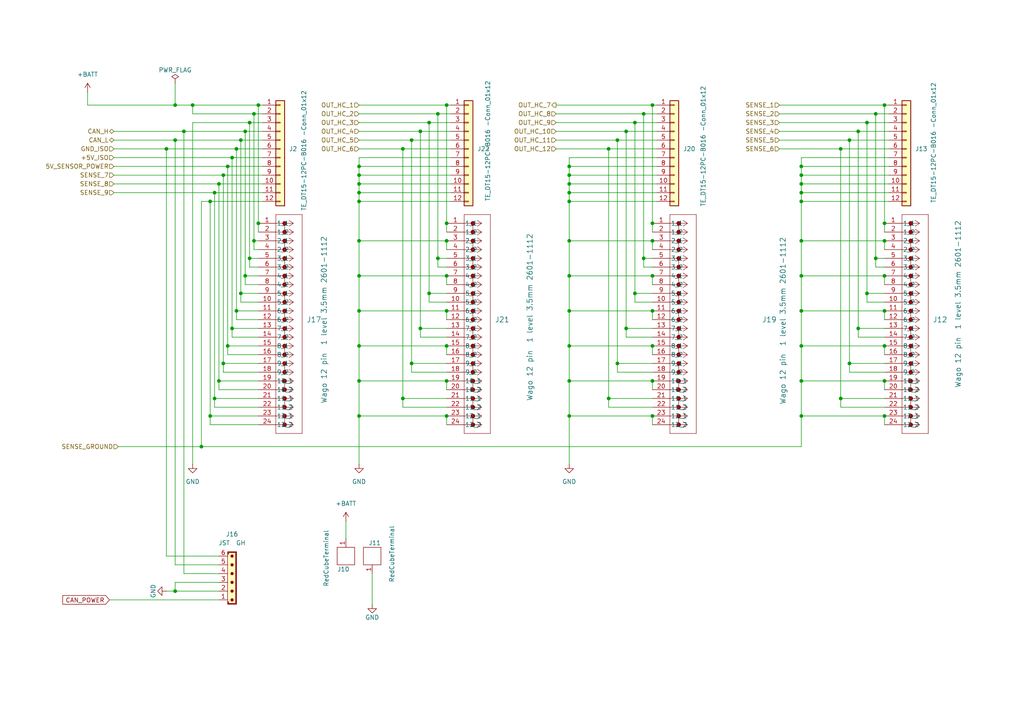
<source format=kicad_sch>
(kicad_sch (version 20250114) (generator "eeschema") (generator_version "9.0")
  (paper "A4")
  (title_block (title "l8"))
  (lib_symbols
    (symbol "dnt_global:Conn_JST_06"
      (property "Reference" "J" (at 0 -12.7 0))
      (property "Value" "JST  GH" (at 0 -10.16 0))
      (symbol "Conn_JST_06_0_1"
        (rectangle (start -1.27 7.62) (end 1.27 -7.62) (fill (type background)))
        (polyline (pts (xy -1.27 -6.858) (xy -1.27 -7.62) (xy 1.27 -7.62) (xy 1.27 -6.858) (xy 1.016 -6.858) (xy 1.016 -7.366) (xy -1.016 -7.366) (xy -1.016 -6.858) (xy -1.27 -6.858)) (fill (type outline)))
        (circle (center 0 6.35) (radius 0.381) (fill (type outline)))
        (circle (center 0 3.81) (radius 0.381) (fill (type outline)))
        (circle (center 0 1.27) (radius 0.381) (fill (type outline)))
        (circle (center 0 -1.27) (radius 0.381) (fill (type outline)))
        (circle (center 0 -3.81) (radius 0.381) (fill (type outline)))
        (circle (center 0 -6.35) (radius 0.381) (fill (type outline)))
        (rectangle (start 1.016 -6.858) (end 1.27 6.858) (fill (type outline)))
        (rectangle (start 1.016 -6.858) (end 1.27 -6.858))
        (polyline (pts (xy 1.27 6.858) (xy 1.27 7.62) (xy -1.27 7.62) (xy -1.27 6.858) (xy -1.016 6.858) (xy -1.016 7.366) (xy 1.016 7.366) (xy 1.016 6.858) (xy 1.27 6.858)) (fill (type outline)))
      )
      (symbol "Conn_JST_06_1_1"
        (pin passive line (at -3.81 6.35 0) (length 2.54) (name "") (number "1"))
        (pin passive line (at -3.81 3.81 0) (length 2.54) (name "") (number "2"))
        (pin passive line (at -3.81 1.27 0) (length 2.54) (name "") (number "3"))
        (pin passive line (at -3.81 -1.27 0) (length 2.54) (name "") (number "4"))
        (pin passive line (at -3.81 -3.81 0) (length 2.54) (name "") (number "5"))
        (pin passive line (at -3.81 -6.35 0) (length 2.54) (name "") (number "6"))
      )
    )
    (symbol "dnt_global:RedCubeTerminal" (pin_names (offset 1.016))
      (property "Reference" "J1" (at 5.08 -2.54 90))
      (property "Value" "RedCubeTerminal" (at -6.35 -5.715 0))
      (symbol "RedCubeTerminal_0_1"
        (rectangle (start -1.27 -2.54) (end 3.81 2.54))
      )
      (symbol "RedCubeTerminal_1_1"
        (pin passive line (at -3.81 0 0) (length 2.54) (name "~") (number "1"))
      )
    )
    (symbol "dnt_global:TE_DT15-12PC-B016-Conn_01x12" (pin_names (offset 1.016) (hide yes))
      (property "Reference" "J" (at 0 15.24 0))
      (property "Value" "TE_DT15-12PC-B016 -Conn_01x12" (at 0 -17.78 0))
      (symbol "TE_DT15-12PC-B016-Conn_01x12_1_1"
        (rectangle (start -1.27 13.97) (end 1.27 -16.51) (stroke (width 0.254)) (fill (type background)))
        (rectangle (start -1.27 12.827) (end 0 12.573) (stroke (width 0.1524)))
        (rectangle (start -1.27 10.287) (end 0 10.033) (stroke (width 0.1524)))
        (rectangle (start -1.27 7.747) (end 0 7.493) (stroke (width 0.1524)))
        (rectangle (start -1.27 5.207) (end 0 4.953) (stroke (width 0.1524)))
        (rectangle (start -1.27 2.667) (end 0 2.413) (stroke (width 0.1524)))
        (rectangle (start -1.27 0.127) (end 0 -0.127) (stroke (width 0.1524)))
        (rectangle (start -1.27 -2.413) (end 0 -2.667) (stroke (width 0.1524)))
        (rectangle (start -1.27 -4.953) (end 0 -5.207) (stroke (width 0.1524)))
        (rectangle (start -1.27 -7.493) (end 0 -7.747) (stroke (width 0.1524)))
        (rectangle (start -1.27 -10.033) (end 0 -10.287) (stroke (width 0.1524)))
        (rectangle (start -1.27 -12.573) (end 0 -12.827) (stroke (width 0.1524)))
        (rectangle (start -1.27 -15.113) (end 0 -15.367) (stroke (width 0.1524)))
        (pin passive line (at -5.08 12.7 0) (length 3.81) (name "Pin_1") (number "1"))
        (pin passive line (at -5.08 10.16 0) (length 3.81) (name "Pin_2") (number "2"))
        (pin passive line (at -5.08 7.62 0) (length 3.81) (name "Pin_3") (number "3"))
        (pin passive line (at -5.08 5.08 0) (length 3.81) (name "Pin_4") (number "4"))
        (pin passive line (at -5.08 2.54 0) (length 3.81) (name "Pin_5") (number "5"))
        (pin passive line (at -5.08 0 0) (length 3.81) (name "Pin_6") (number "6"))
        (pin passive line (at -5.08 -2.54 0) (length 3.81) (name "Pin_7") (number "7"))
        (pin passive line (at -5.08 -5.08 0) (length 3.81) (name "Pin_8") (number "8"))
        (pin passive line (at -5.08 -7.62 0) (length 3.81) (name "Pin_9") (number "9"))
        (pin passive line (at -5.08 -10.16 0) (length 3.81) (name "Pin_10") (number "10"))
        (pin passive line (at -5.08 -12.7 0) (length 3.81) (name "Pin_11") (number "11"))
        (pin passive line (at -5.08 -15.24 0) (length 3.81) (name "Pin_12") (number "12"))
      )
    )
    (symbol "dnt_global:Wago 12 Pin level 3.5mm 2601-1112" (pin_names (offset 0.254))
      (property "Reference" "J" (at 8.89 6.35 0))
      (property "Value" "Wago 12 pin  1 level 3.5mm 2601-1112" (at 0 0 0))
      (symbol "Wago 12 Pin level 3.5mm 2601-1112_1_1"
        (polyline (pts (xy 5.08 2.54) (xy 5.08 -60.96)) (stroke (width 0.127)))
        (polyline (pts (xy 5.08 -60.96) (xy 12.7 -60.96)) (stroke (width 0.127)))
        (polyline (pts (xy 7.62 0) (xy 7.62 -2.54)) (stroke (width 0.127)))
        (circle (center 7.62 0) (radius 0.127) (stroke (width 0.508)))
        (circle (center 7.62 -2.54) (radius 0.127) (stroke (width 0.508)))
        (polyline (pts (xy 7.62 -5.08) (xy 7.62 -7.62)) (stroke (width 0.127)))
        (circle (center 7.62 -5.08) (radius 0.127) (stroke (width 0.508)))
        (circle (center 7.62 -7.62) (radius 0.127) (stroke (width 0.508)))
        (polyline (pts (xy 7.62 -10.16) (xy 7.62 -12.7)) (stroke (width 0.127)))
        (circle (center 7.62 -10.16) (radius 0.127) (stroke (width 0.508)))
        (circle (center 7.62 -12.7) (radius 0.127) (stroke (width 0.508)))
        (polyline (pts (xy 7.62 -15.24) (xy 7.62 -17.78)) (stroke (width 0.127)))
        (circle (center 7.62 -15.24) (radius 0.127) (stroke (width 0.508)))
        (circle (center 7.62 -17.78) (radius 0.127) (stroke (width 0.508)))
        (polyline (pts (xy 7.62 -20.32) (xy 7.62 -22.86)) (stroke (width 0.127)))
        (circle (center 7.62 -20.32) (radius 0.127) (stroke (width 0.508)))
        (circle (center 7.62 -22.86) (radius 0.127) (stroke (width 0.508)))
        (polyline (pts (xy 7.62 -25.4) (xy 7.62 -27.94)) (stroke (width 0.127)))
        (circle (center 7.62 -25.4) (radius 0.127) (stroke (width 0.508)))
        (circle (center 7.62 -27.94) (radius 0.127) (stroke (width 0.508)))
        (polyline (pts (xy 7.62 -30.48) (xy 7.62 -33.02)) (stroke (width 0.127)))
        (circle (center 7.62 -30.48) (radius 0.127) (stroke (width 0.508)))
        (circle (center 7.62 -33.02) (radius 0.127) (stroke (width 0.508)))
        (polyline (pts (xy 7.62 -35.56) (xy 7.62 -38.1)) (stroke (width 0.127)))
        (circle (center 7.62 -35.56) (radius 0.127) (stroke (width 0.508)))
        (circle (center 7.62 -38.1) (radius 0.127) (stroke (width 0.508)))
        (polyline (pts (xy 7.62 -40.64) (xy 7.62 -43.18)) (stroke (width 0.127)))
        (circle (center 7.62 -40.64) (radius 0.127) (stroke (width 0.508)))
        (circle (center 7.62 -43.18) (radius 0.127) (stroke (width 0.508)))
        (polyline (pts (xy 7.62 -45.72) (xy 7.62 -48.26)) (stroke (width 0.127)))
        (circle (center 7.62 -45.72) (radius 0.127) (stroke (width 0.508)))
        (circle (center 7.62 -48.26) (radius 0.127) (stroke (width 0.508)))
        (polyline (pts (xy 7.62 -50.8) (xy 7.62 -53.34)) (stroke (width 0.127)))
        (circle (center 7.62 -50.8) (radius 0.127) (stroke (width 0.508)))
        (circle (center 7.62 -53.34) (radius 0.127) (stroke (width 0.508)))
        (polyline (pts (xy 7.62 -55.88) (xy 7.62 -58.42)) (stroke (width 0.127)))
        (circle (center 7.62 -55.88) (radius 0.127) (stroke (width 0.508)))
        (circle (center 7.62 -58.42) (radius 0.127) (stroke (width 0.508)))
        (polyline (pts (xy 10.16 0) (xy 5.08 0)) (stroke (width 0.127)))
        (polyline (pts (xy 10.16 0) (xy 8.89 0.8467)) (stroke (width 0.127)))
        (polyline (pts (xy 10.16 0) (xy 8.89 -0.8467)) (stroke (width 0.127)))
        (polyline (pts (xy 10.16 -2.54) (xy 5.08 -2.54)) (stroke (width 0.127)))
        (polyline (pts (xy 10.16 -2.54) (xy 8.89 -1.6933)) (stroke (width 0.127)))
        (polyline (pts (xy 10.16 -2.54) (xy 8.89 -3.3867)) (stroke (width 0.127)))
        (polyline (pts (xy 10.16 -5.08) (xy 5.08 -5.08)) (stroke (width 0.127)))
        (polyline (pts (xy 10.16 -5.08) (xy 8.89 -4.2333)) (stroke (width 0.127)))
        (polyline (pts (xy 10.16 -5.08) (xy 8.89 -5.9267)) (stroke (width 0.127)))
        (polyline (pts (xy 10.16 -7.62) (xy 5.08 -7.62)) (stroke (width 0.127)))
        (polyline (pts (xy 10.16 -7.62) (xy 8.89 -6.7733)) (stroke (width 0.127)))
        (polyline (pts (xy 10.16 -7.62) (xy 8.89 -8.4667)) (stroke (width 0.127)))
        (polyline (pts (xy 10.16 -10.16) (xy 5.08 -10.16)) (stroke (width 0.127)))
        (polyline (pts (xy 10.16 -10.16) (xy 8.89 -9.3133)) (stroke (width 0.127)))
        (polyline (pts (xy 10.16 -10.16) (xy 8.89 -11.0067)) (stroke (width 0.127)))
        (polyline (pts (xy 10.16 -12.7) (xy 5.08 -12.7)) (stroke (width 0.127)))
        (polyline (pts (xy 10.16 -12.7) (xy 8.89 -11.8533)) (stroke (width 0.127)))
        (polyline (pts (xy 10.16 -12.7) (xy 8.89 -13.5467)) (stroke (width 0.127)))
        (polyline (pts (xy 10.16 -15.24) (xy 5.08 -15.24)) (stroke (width 0.127)))
        (polyline (pts (xy 10.16 -15.24) (xy 8.89 -14.3933)) (stroke (width 0.127)))
        (polyline (pts (xy 10.16 -15.24) (xy 8.89 -16.0867)) (stroke (width 0.127)))
        (polyline (pts (xy 10.16 -17.78) (xy 5.08 -17.78)) (stroke (width 0.127)))
        (polyline (pts (xy 10.16 -17.78) (xy 8.89 -16.9333)) (stroke (width 0.127)))
        (polyline (pts (xy 10.16 -17.78) (xy 8.89 -18.6267)) (stroke (width 0.127)))
        (polyline (pts (xy 10.16 -20.32) (xy 5.08 -20.32)) (stroke (width 0.127)))
        (polyline (pts (xy 10.16 -20.32) (xy 8.89 -19.4733)) (stroke (width 0.127)))
        (polyline (pts (xy 10.16 -20.32) (xy 8.89 -21.1667)) (stroke (width 0.127)))
        (polyline (pts (xy 10.16 -22.86) (xy 5.08 -22.86)) (stroke (width 0.127)))
        (polyline (pts (xy 10.16 -22.86) (xy 8.89 -22.0133)) (stroke (width 0.127)))
        (polyline (pts (xy 10.16 -22.86) (xy 8.89 -23.7067)) (stroke (width 0.127)))
        (polyline (pts (xy 10.16 -25.4) (xy 5.08 -25.4)) (stroke (width 0.127)))
        (polyline (pts (xy 10.16 -25.4) (xy 8.89 -24.5533)) (stroke (width 0.127)))
        (polyline (pts (xy 10.16 -25.4) (xy 8.89 -26.2467)) (stroke (width 0.127)))
        (polyline (pts (xy 10.16 -27.94) (xy 5.08 -27.94)) (stroke (width 0.127)))
        (polyline (pts (xy 10.16 -27.94) (xy 8.89 -27.0933)) (stroke (width 0.127)))
        (polyline (pts (xy 10.16 -27.94) (xy 8.89 -28.7867)) (stroke (width 0.127)))
        (polyline (pts (xy 10.16 -30.48) (xy 5.08 -30.48)) (stroke (width 0.127)))
        (polyline (pts (xy 10.16 -30.48) (xy 8.89 -29.6333)) (stroke (width 0.127)))
        (polyline (pts (xy 10.16 -30.48) (xy 8.89 -31.3267)) (stroke (width 0.127)))
        (polyline (pts (xy 10.16 -33.02) (xy 5.08 -33.02)) (stroke (width 0.127)))
        (polyline (pts (xy 10.16 -33.02) (xy 8.89 -32.1733)) (stroke (width 0.127)))
        (polyline (pts (xy 10.16 -33.02) (xy 8.89 -33.8667)) (stroke (width 0.127)))
        (polyline (pts (xy 10.16 -35.56) (xy 5.08 -35.56)) (stroke (width 0.127)))
        (polyline (pts (xy 10.16 -35.56) (xy 8.89 -34.7133)) (stroke (width 0.127)))
        (polyline (pts (xy 10.16 -35.56) (xy 8.89 -36.4067)) (stroke (width 0.127)))
        (polyline (pts (xy 10.16 -38.1) (xy 5.08 -38.1)) (stroke (width 0.127)))
        (polyline (pts (xy 10.16 -38.1) (xy 8.89 -37.2533)) (stroke (width 0.127)))
        (polyline (pts (xy 10.16 -38.1) (xy 8.89 -38.9467)) (stroke (width 0.127)))
        (polyline (pts (xy 10.16 -40.64) (xy 5.08 -40.64)) (stroke (width 0.127)))
        (polyline (pts (xy 10.16 -40.64) (xy 8.89 -39.7933)) (stroke (width 0.127)))
        (polyline (pts (xy 10.16 -40.64) (xy 8.89 -41.4867)) (stroke (width 0.127)))
        (polyline (pts (xy 10.16 -43.18) (xy 5.08 -43.18)) (stroke (width 0.127)))
        (polyline (pts (xy 10.16 -43.18) (xy 8.89 -42.3333)) (stroke (width 0.127)))
        (polyline (pts (xy 10.16 -43.18) (xy 8.89 -44.0267)) (stroke (width 0.127)))
        (polyline (pts (xy 10.16 -45.72) (xy 5.08 -45.72)) (stroke (width 0.127)))
        (polyline (pts (xy 10.16 -45.72) (xy 8.89 -44.8733)) (stroke (width 0.127)))
        (polyline (pts (xy 10.16 -45.72) (xy 8.89 -46.5667)) (stroke (width 0.127)))
        (polyline (pts (xy 10.16 -48.26) (xy 5.08 -48.26)) (stroke (width 0.127)))
        (polyline (pts (xy 10.16 -48.26) (xy 8.89 -47.4133)) (stroke (width 0.127)))
        (polyline (pts (xy 10.16 -48.26) (xy 8.89 -49.1067)) (stroke (width 0.127)))
        (polyline (pts (xy 10.16 -50.8) (xy 5.08 -50.8)) (stroke (width 0.127)))
        (polyline (pts (xy 10.16 -50.8) (xy 8.89 -49.9533)) (stroke (width 0.127)))
        (polyline (pts (xy 10.16 -50.8) (xy 8.89 -51.6467)) (stroke (width 0.127)))
        (polyline (pts (xy 10.16 -53.34) (xy 5.08 -53.34)) (stroke (width 0.127)))
        (polyline (pts (xy 10.16 -53.34) (xy 8.89 -52.4933)) (stroke (width 0.127)))
        (polyline (pts (xy 10.16 -53.34) (xy 8.89 -54.1867)) (stroke (width 0.127)))
        (polyline (pts (xy 10.16 -55.88) (xy 5.08 -55.88)) (stroke (width 0.127)))
        (polyline (pts (xy 10.16 -55.88) (xy 8.89 -55.0333)) (stroke (width 0.127)))
        (polyline (pts (xy 10.16 -55.88) (xy 8.89 -56.7267)) (stroke (width 0.127)))
        (polyline (pts (xy 10.16 -58.42) (xy 5.08 -58.42)) (stroke (width 0.127)))
        (polyline (pts (xy 10.16 -58.42) (xy 8.89 -57.5733)) (stroke (width 0.127)))
        (polyline (pts (xy 10.16 -58.42) (xy 8.89 -59.2667)) (stroke (width 0.127)))
        (polyline (pts (xy 12.7 2.54) (xy 5.08 2.54)) (stroke (width 0.127)))
        (polyline (pts (xy 12.7 -60.96) (xy 12.7 2.54)) (stroke (width 0.127)))
        (pin passive line (at 0 0 0) (length 5.08) (name "1_1") (number "1"))
        (pin passive line (at 0 -2.54 0) (length 5.08) (name "1_2") (number "2"))
        (pin passive line (at 0 -5.08 0) (length 5.08) (name "2_1") (number "3"))
        (pin passive line (at 0 -7.62 0) (length 5.08) (name "2_2") (number "4"))
        (pin passive line (at 0 -10.16 0) (length 5.08) (name "3_1") (number "5"))
        (pin passive line (at 0 -12.7 0) (length 5.08) (name "3_2") (number "6"))
        (pin passive line (at 0 -15.24 0) (length 5.08) (name "4_1") (number "7"))
        (pin passive line (at 0 -17.78 0) (length 5.08) (name "4_2") (number "8"))
        (pin passive line (at 0 -20.32 0) (length 5.08) (name "5_1") (number "9"))
        (pin passive line (at 0 -22.86 0) (length 5.08) (name "5_2") (number "10"))
        (pin passive line (at 0 -25.4 0) (length 5.08) (name "6_1") (number "11"))
        (pin passive line (at 0 -27.94 0) (length 5.08) (name "6_2") (number "12"))
        (pin passive line (at 0 -30.48 0) (length 5.08) (name "7_1") (number "13"))
        (pin passive line (at 0 -33.02 0) (length 5.08) (name "7_2") (number "14"))
        (pin passive line (at 0 -35.56 0) (length 5.08) (name "8_1") (number "15"))
        (pin passive line (at 0 -38.1 0) (length 5.08) (name "8_2") (number "16"))
        (pin passive line (at 0 -40.64 0) (length 5.08) (name "9_1") (number "17"))
        (pin passive line (at 0 -43.18 0) (length 5.08) (name "9_2") (number "18"))
        (pin passive line (at 0 -45.72 0) (length 5.08) (name "10_1") (number "19"))
        (pin passive line (at 0 -48.26 0) (length 5.08) (name "10_2") (number "20"))
        (pin passive line (at 0 -50.8 0) (length 5.08) (name "11_1") (number "21"))
        (pin passive line (at 0 -53.34 0) (length 5.08) (name "11_2") (number "22"))
        (pin passive line (at 0 -55.88 0) (length 5.08) (name "12_1") (number "23"))
        (pin passive line (at 0 -58.42 0) (length 5.08) (name "12_2") (number "24"))
      )
      (symbol "Wago 12 Pin level 3.5mm 2601-1112_1_2"
        (polyline (pts (xy 5.08 2.54) (xy 5.08 -60.96)) (stroke (width 0.127)))
        (polyline (pts (xy 5.08 -60.96) (xy 12.7 -60.96)) (stroke (width 0.127)))
        (polyline (pts (xy 7.62 0) (xy 7.62 -2.54)) (stroke (width 0.127)))
        (circle (center 7.62 0) (radius 0.127) (stroke (width 0.508)))
        (circle (center 7.62 -2.54) (radius 0.127) (stroke (width 0.508)))
        (polyline (pts (xy 7.62 -5.08) (xy 7.62 -7.62)) (stroke (width 0.127)))
        (circle (center 7.62 -5.08) (radius 0.127) (stroke (width 0.508)))
        (circle (center 7.62 -7.62) (radius 0.127) (stroke (width 0.508)))
        (polyline (pts (xy 7.62 -10.16) (xy 7.62 -12.7)) (stroke (width 0.127)))
        (circle (center 7.62 -10.16) (radius 0.127) (stroke (width 0.508)))
        (circle (center 7.62 -12.7) (radius 0.127) (stroke (width 0.508)))
        (polyline (pts (xy 7.62 -15.24) (xy 7.62 -17.78)) (stroke (width 0.127)))
        (circle (center 7.62 -15.24) (radius 0.127) (stroke (width 0.508)))
        (circle (center 7.62 -17.78) (radius 0.127) (stroke (width 0.508)))
        (polyline (pts (xy 7.62 -20.32) (xy 7.62 -22.86)) (stroke (width 0.127)))
        (circle (center 7.62 -20.32) (radius 0.127) (stroke (width 0.508)))
        (circle (center 7.62 -22.86) (radius 0.127) (stroke (width 0.508)))
        (polyline (pts (xy 7.62 -25.4) (xy 7.62 -27.94)) (stroke (width 0.127)))
        (circle (center 7.62 -25.4) (radius 0.127) (stroke (width 0.508)))
        (circle (center 7.62 -27.94) (radius 0.127) (stroke (width 0.508)))
        (polyline (pts (xy 7.62 -30.48) (xy 7.62 -33.02)) (stroke (width 0.127)))
        (circle (center 7.62 -30.48) (radius 0.127) (stroke (width 0.508)))
        (circle (center 7.62 -33.02) (radius 0.127) (stroke (width 0.508)))
        (polyline (pts (xy 7.62 -35.56) (xy 7.62 -38.1)) (stroke (width 0.127)))
        (circle (center 7.62 -35.56) (radius 0.127) (stroke (width 0.508)))
        (circle (center 7.62 -38.1) (radius 0.127) (stroke (width 0.508)))
        (polyline (pts (xy 7.62 -40.64) (xy 7.62 -43.18)) (stroke (width 0.127)))
        (circle (center 7.62 -40.64) (radius 0.127) (stroke (width 0.508)))
        (circle (center 7.62 -43.18) (radius 0.127) (stroke (width 0.508)))
        (polyline (pts (xy 7.62 -45.72) (xy 7.62 -48.26)) (stroke (width 0.127)))
        (circle (center 7.62 -45.72) (radius 0.127) (stroke (width 0.508)))
        (circle (center 7.62 -48.26) (radius 0.127) (stroke (width 0.508)))
        (polyline (pts (xy 7.62 -50.8) (xy 7.62 -53.34)) (stroke (width 0.127)))
        (circle (center 7.62 -50.8) (radius 0.127) (stroke (width 0.508)))
        (circle (center 7.62 -53.34) (radius 0.127) (stroke (width 0.508)))
        (polyline (pts (xy 7.62 -55.88) (xy 7.62 -58.42)) (stroke (width 0.127)))
        (circle (center 7.62 -55.88) (radius 0.127) (stroke (width 0.508)))
        (circle (center 7.62 -58.42) (radius 0.127) (stroke (width 0.508)))
        (polyline (pts (xy 10.16 0) (xy 5.08 0)) (stroke (width 0.127)))
        (polyline (pts (xy 10.16 0) (xy 8.89 0.8467)) (stroke (width 0.127)))
        (polyline (pts (xy 10.16 0) (xy 8.89 -0.8467)) (stroke (width 0.127)))
        (polyline (pts (xy 10.16 -2.54) (xy 5.08 -2.54)) (stroke (width 0.127)))
        (polyline (pts (xy 10.16 -2.54) (xy 8.89 -1.6933)) (stroke (width 0.127)))
        (polyline (pts (xy 10.16 -2.54) (xy 8.89 -3.3867)) (stroke (width 0.127)))
        (polyline (pts (xy 10.16 -5.08) (xy 5.08 -5.08)) (stroke (width 0.127)))
        (polyline (pts (xy 10.16 -5.08) (xy 8.89 -4.2333)) (stroke (width 0.127)))
        (polyline (pts (xy 10.16 -5.08) (xy 8.89 -5.9267)) (stroke (width 0.127)))
        (polyline (pts (xy 10.16 -7.62) (xy 5.08 -7.62)) (stroke (width 0.127)))
        (polyline (pts (xy 10.16 -7.62) (xy 8.89 -6.7733)) (stroke (width 0.127)))
        (polyline (pts (xy 10.16 -7.62) (xy 8.89 -8.4667)) (stroke (width 0.127)))
        (polyline (pts (xy 10.16 -10.16) (xy 5.08 -10.16)) (stroke (width 0.127)))
        (polyline (pts (xy 10.16 -10.16) (xy 8.89 -9.3133)) (stroke (width 0.127)))
        (polyline (pts (xy 10.16 -10.16) (xy 8.89 -11.0067)) (stroke (width 0.127)))
        (polyline (pts (xy 10.16 -12.7) (xy 5.08 -12.7)) (stroke (width 0.127)))
        (polyline (pts (xy 10.16 -12.7) (xy 8.89 -11.8533)) (stroke (width 0.127)))
        (polyline (pts (xy 10.16 -12.7) (xy 8.89 -13.5467)) (stroke (width 0.127)))
        (polyline (pts (xy 10.16 -15.24) (xy 5.08 -15.24)) (stroke (width 0.127)))
        (polyline (pts (xy 10.16 -15.24) (xy 8.89 -14.3933)) (stroke (width 0.127)))
        (polyline (pts (xy 10.16 -15.24) (xy 8.89 -16.0867)) (stroke (width 0.127)))
        (polyline (pts (xy 10.16 -17.78) (xy 5.08 -17.78)) (stroke (width 0.127)))
        (polyline (pts (xy 10.16 -17.78) (xy 8.89 -16.9333)) (stroke (width 0.127)))
        (polyline (pts (xy 10.16 -17.78) (xy 8.89 -18.6267)) (stroke (width 0.127)))
        (polyline (pts (xy 10.16 -20.32) (xy 5.08 -20.32)) (stroke (width 0.127)))
        (polyline (pts (xy 10.16 -20.32) (xy 8.89 -19.4733)) (stroke (width 0.127)))
        (polyline (pts (xy 10.16 -20.32) (xy 8.89 -21.1667)) (stroke (width 0.127)))
        (polyline (pts (xy 10.16 -22.86) (xy 5.08 -22.86)) (stroke (width 0.127)))
        (polyline (pts (xy 10.16 -22.86) (xy 8.89 -22.0133)) (stroke (width 0.127)))
        (polyline (pts (xy 10.16 -22.86) (xy 8.89 -23.7067)) (stroke (width 0.127)))
        (polyline (pts (xy 10.16 -25.4) (xy 5.08 -25.4)) (stroke (width 0.127)))
        (polyline (pts (xy 10.16 -25.4) (xy 8.89 -24.5533)) (stroke (width 0.127)))
        (polyline (pts (xy 10.16 -25.4) (xy 8.89 -26.2467)) (stroke (width 0.127)))
        (polyline (pts (xy 10.16 -27.94) (xy 5.08 -27.94)) (stroke (width 0.127)))
        (polyline (pts (xy 10.16 -27.94) (xy 8.89 -27.0933)) (stroke (width 0.127)))
        (polyline (pts (xy 10.16 -27.94) (xy 8.89 -28.7867)) (stroke (width 0.127)))
        (polyline (pts (xy 10.16 -30.48) (xy 5.08 -30.48)) (stroke (width 0.127)))
        (polyline (pts (xy 10.16 -30.48) (xy 8.89 -29.6333)) (stroke (width 0.127)))
        (polyline (pts (xy 10.16 -30.48) (xy 8.89 -31.3267)) (stroke (width 0.127)))
        (polyline (pts (xy 10.16 -33.02) (xy 5.08 -33.02)) (stroke (width 0.127)))
        (polyline (pts (xy 10.16 -33.02) (xy 8.89 -32.1733)) (stroke (width 0.127)))
        (polyline (pts (xy 10.16 -33.02) (xy 8.89 -33.8667)) (stroke (width 0.127)))
        (polyline (pts (xy 10.16 -35.56) (xy 5.08 -35.56)) (stroke (width 0.127)))
        (polyline (pts (xy 10.16 -35.56) (xy 8.89 -34.7133)) (stroke (width 0.127)))
        (polyline (pts (xy 10.16 -35.56) (xy 8.89 -36.4067)) (stroke (width 0.127)))
        (polyline (pts (xy 10.16 -38.1) (xy 5.08 -38.1)) (stroke (width 0.127)))
        (polyline (pts (xy 10.16 -38.1) (xy 8.89 -37.2533)) (stroke (width 0.127)))
        (polyline (pts (xy 10.16 -38.1) (xy 8.89 -38.9467)) (stroke (width 0.127)))
        (polyline (pts (xy 10.16 -40.64) (xy 5.08 -40.64)) (stroke (width 0.127)))
        (polyline (pts (xy 10.16 -40.64) (xy 8.89 -39.7933)) (stroke (width 0.127)))
        (polyline (pts (xy 10.16 -40.64) (xy 8.89 -41.4867)) (stroke (width 0.127)))
        (polyline (pts (xy 10.16 -43.18) (xy 5.08 -43.18)) (stroke (width 0.127)))
        (polyline (pts (xy 10.16 -43.18) (xy 8.89 -42.3333)) (stroke (width 0.127)))
        (polyline (pts (xy 10.16 -43.18) (xy 8.89 -44.0267)) (stroke (width 0.127)))
        (polyline (pts (xy 10.16 -45.72) (xy 5.08 -45.72)) (stroke (width 0.127)))
        (polyline (pts (xy 10.16 -45.72) (xy 8.89 -44.8733)) (stroke (width 0.127)))
        (polyline (pts (xy 10.16 -45.72) (xy 8.89 -46.5667)) (stroke (width 0.127)))
        (polyline (pts (xy 10.16 -48.26) (xy 5.08 -48.26)) (stroke (width 0.127)))
        (polyline (pts (xy 10.16 -48.26) (xy 8.89 -47.4133)) (stroke (width 0.127)))
        (polyline (pts (xy 10.16 -48.26) (xy 8.89 -49.1067)) (stroke (width 0.127)))
        (polyline (pts (xy 10.16 -50.8) (xy 5.08 -50.8)) (stroke (width 0.127)))
        (polyline (pts (xy 10.16 -50.8) (xy 8.89 -49.9533)) (stroke (width 0.127)))
        (polyline (pts (xy 10.16 -50.8) (xy 8.89 -51.6467)) (stroke (width 0.127)))
        (polyline (pts (xy 10.16 -53.34) (xy 5.08 -53.34)) (stroke (width 0.127)))
        (polyline (pts (xy 10.16 -53.34) (xy 8.89 -52.4933)) (stroke (width 0.127)))
        (polyline (pts (xy 10.16 -53.34) (xy 8.89 -54.1867)) (stroke (width 0.127)))
        (polyline (pts (xy 10.16 -55.88) (xy 5.08 -55.88)) (stroke (width 0.127)))
        (polyline (pts (xy 10.16 -55.88) (xy 8.89 -55.0333)) (stroke (width 0.127)))
        (polyline (pts (xy 10.16 -55.88) (xy 8.89 -56.7267)) (stroke (width 0.127)))
        (polyline (pts (xy 10.16 -58.42) (xy 5.08 -58.42)) (stroke (width 0.127)))
        (polyline (pts (xy 10.16 -58.42) (xy 8.89 -57.5733)) (stroke (width 0.127)))
        (polyline (pts (xy 10.16 -58.42) (xy 8.89 -59.2667)) (stroke (width 0.127)))
        (polyline (pts (xy 12.7 2.54) (xy 5.08 2.54)) (stroke (width 0.127)))
        (polyline (pts (xy 12.7 -60.96) (xy 12.7 2.54)) (stroke (width 0.127)))
        (pin unspecified line (at 0 0 0) (length 5.08) (name "1_1") (number "1"))
        (pin unspecified line (at 0 -2.54 0) (length 5.08) (name "1_2") (number "2"))
        (pin unspecified line (at 0 -5.08 0) (length 5.08) (name "2_1") (number "3"))
        (pin unspecified line (at 0 -7.62 0) (length 5.08) (name "2_2") (number "4"))
        (pin unspecified line (at 0 -10.16 0) (length 5.08) (name "3_1") (number "5"))
        (pin unspecified line (at 0 -12.7 0) (length 5.08) (name "3_2") (number "6"))
        (pin unspecified line (at 0 -15.24 0) (length 5.08) (name "4_1") (number "7"))
        (pin unspecified line (at 0 -17.78 0) (length 5.08) (name "4_2") (number "8"))
        (pin unspecified line (at 0 -20.32 0) (length 5.08) (name "5_1") (number "9"))
        (pin unspecified line (at 0 -22.86 0) (length 5.08) (name "5_2") (number "10"))
        (pin unspecified line (at 0 -25.4 0) (length 5.08) (name "6_1") (number "11"))
        (pin unspecified line (at 0 -27.94 0) (length 5.08) (name "6_2") (number "12"))
        (pin unspecified line (at 0 -30.48 0) (length 5.08) (name "7_1") (number "13"))
        (pin unspecified line (at 0 -33.02 0) (length 5.08) (name "7_2") (number "14"))
        (pin unspecified line (at 0 -35.56 0) (length 5.08) (name "8_1") (number "15"))
        (pin unspecified line (at 0 -38.1 0) (length 5.08) (name "8_2") (number "16"))
        (pin unspecified line (at 0 -40.64 0) (length 5.08) (name "9_1") (number "17"))
        (pin unspecified line (at 0 -43.18 0) (length 5.08) (name "9_2") (number "18"))
        (pin unspecified line (at 0 -45.72 0) (length 5.08) (name "10_1") (number "19"))
        (pin unspecified line (at 0 -48.26 0) (length 5.08) (name "10_2") (number "20"))
        (pin unspecified line (at 0 -50.8 0) (length 5.08) (name "11_1") (number "21"))
        (pin unspecified line (at 0 -53.34 0) (length 5.08) (name "11_2") (number "22"))
        (pin unspecified line (at 0 -55.88 0) (length 5.08) (name "12_1") (number "23"))
        (pin unspecified line (at 0 -58.42 0) (length 5.08) (name "12_2") (number "24"))
      )
    )
    (symbol "power:+BATT" (power) (pin_numbers (hide yes)) (pin_names (offset 0) (hide yes))
      (property "Value" "+BATT" (at 0 3.556 0))
      (symbol "+BATT_0_1"
        (polyline (pts (xy -0.762 1.27) (xy 0 2.54)))
        (polyline (pts (xy 0 2.54) (xy 0.762 1.27)))
        (polyline (pts (xy 0 0) (xy 0 2.54)))
      )
      (symbol "+BATT_1_1"
        (pin power_in line (at 0 0 90) (length 0) (name "~") (number "1"))
      )
    )
    (symbol "power:GND" (power) (pin_numbers (hide yes)) (pin_names (offset 0) (hide yes))
      (property "Value" "GND" (at 0 -3.81 0))
      (symbol "GND_0_1"
        (polyline (pts (xy 0 0) (xy 0 -1.27) (xy 1.27 -1.27) (xy 0 -2.54) (xy -1.27 -1.27) (xy 0 -1.27)))
      )
      (symbol "GND_1_1"
        (pin power_in line (at 0 0 270) (length 0) (name "~") (number "1"))
      )
    )
    (symbol "power:PWR_FLAG" (power) (pin_numbers (hide yes)) (pin_names (offset 0) (hide yes))
      (property "Value" "PWR_FLAG" (at 0 3.81 0))
      (symbol "PWR_FLAG_0_0"
        (pin power_out line (at 0 0 90) (length 0) (name "~") (number "1"))
      )
      (symbol "PWR_FLAG_0_1"
        (polyline (pts (xy 0 0) (xy 0 1.27) (xy -1.016 1.905) (xy 0 2.54) (xy 1.016 1.905) (xy 0 1.27)))
      )
    )
  )
  (junction (at 104.14 69.85))
  (junction (at 256.54 90.17))
  (junction (at 127 33.02))
  (junction (at 189.23 30.48))
  (junction (at 129.54 110.49))
  (junction (at 232.41 90.17))
  (junction (at 104.14 120.65))
  (junction (at 184.15 85.09))
  (junction (at 129.54 80.01))
  (junction (at 176.53 115.57))
  (junction (at 73.66 69.85))
  (junction (at 256.54 64.77))
  (junction (at 165.1 58.42))
  (junction (at 179.07 105.41))
  (junction (at 189.23 69.85))
  (junction (at 181.61 95.25))
  (junction (at 165.1 69.85))
  (junction (at 121.92 95.25))
  (junction (at 256.54 30.48))
  (junction (at 63.5 110.49))
  (junction (at 256.54 80.01))
  (junction (at 256.54 110.49))
  (junction (at 53.34 38.1))
  (junction (at 129.54 100.33))
  (junction (at 256.54 120.65))
  (junction (at 119.38 105.41))
  (junction (at 71.12 80.01))
  (junction (at 67.31 45.72))
  (junction (at 243.84 43.18))
  (junction (at 69.85 85.09))
  (junction (at 129.54 30.48))
  (junction (at 74.93 64.77))
  (junction (at 104.14 90.17))
  (junction (at 50.8 40.64))
  (junction (at 189.23 80.01))
  (junction (at 124.46 35.56))
  (junction (at 232.41 58.42))
  (junction (at 66.04 48.26))
  (junction (at 124.46 85.09))
  (junction (at 64.77 105.41))
  (junction (at 248.92 95.25))
  (junction (at 165.1 110.49))
  (junction (at 232.41 53.34))
  (junction (at 129.54 120.65))
  (junction (at 121.92 38.1))
  (junction (at 129.54 90.17))
  (junction (at 189.23 110.49))
  (junction (at 104.14 50.8))
  (junction (at 72.39 35.56))
  (junction (at 50.8 30.48))
  (junction (at 232.41 120.65))
  (junction (at 60.96 120.65))
  (junction (at 64.77 50.8))
  (junction (at 165.1 80.01))
  (junction (at 189.23 90.17))
  (junction (at 165.1 100.33))
  (junction (at 129.54 69.85))
  (junction (at 104.14 55.88))
  (junction (at 246.38 105.41))
  (junction (at 104.14 100.33))
  (junction (at 232.41 80.01))
  (junction (at 246.38 40.64))
  (junction (at 116.84 115.57))
  (junction (at 62.23 115.57))
  (junction (at 189.23 64.77))
  (junction (at 181.61 38.1))
  (junction (at 232.41 110.49))
  (junction (at 48.26 43.18))
  (junction (at 104.14 48.26))
  (junction (at 251.46 35.56))
  (junction (at 232.41 69.85))
  (junction (at 251.46 85.09))
  (junction (at 165.1 120.65))
  (junction (at 58.42 129.54))
  (junction (at 104.14 110.49))
  (junction (at 62.23 55.88))
  (junction (at 104.14 80.01))
  (junction (at 254 74.93))
  (junction (at 68.58 90.17))
  (junction (at 63.5 53.34))
  (junction (at 254 33.02))
  (junction (at 67.31 95.25))
  (junction (at 189.23 100.33))
  (junction (at 165.1 55.88))
  (junction (at 179.07 40.64))
  (junction (at 165.1 53.34))
  (junction (at 71.12 38.1))
  (junction (at 74.93 30.48))
  (junction (at 248.92 38.1))
  (junction (at 165.1 90.17))
  (junction (at 66.04 100.33))
  (junction (at 232.41 55.88))
  (junction (at 184.15 35.56))
  (junction (at 165.1 48.26))
  (junction (at 73.66 33.02))
  (junction (at 104.14 53.34))
  (junction (at 176.53 43.18))
  (junction (at 165.1 50.8))
  (junction (at 116.84 43.18))
  (junction (at 119.38 40.64))
  (junction (at 50.8 171.45))
  (junction (at 189.23 120.65))
  (junction (at 186.69 74.93))
  (junction (at 68.58 43.18))
  (junction (at 186.69 33.02))
  (junction (at 69.85 40.64))
  (junction (at 232.41 50.8))
  (junction (at 60.96 58.42))
  (junction (at 232.41 48.26))
  (junction (at 256.54 100.33))
  (junction (at 104.14 58.42))
  (junction (at 127 74.93))
  (junction (at 256.54 69.85))
  (junction (at 72.39 74.93))
  (junction (at 129.54 64.77))
  (junction (at 232.41 100.33))
  (junction (at 55.88 30.48))
  (junction (at 243.84 115.57))
  (wire (pts (xy 127 77.47) (xy 127 74.93)))
  (wire (pts (xy 189.23 30.48) (xy 190.5 30.48)))
  (wire (pts (xy 116.84 115.57) (xy 116.84 118.11)))
  (wire (pts (xy 76.2 35.56) (xy 72.39 35.56)))
  (wire (pts (xy 165.1 110.49) (xy 189.23 110.49)))
  (wire (pts (xy 72.39 35.56) (xy 72.39 74.93)))
  (wire (pts (xy 76.2 30.48) (xy 74.93 30.48)))
  (wire (pts (xy 232.41 120.65) (xy 232.41 129.54)))
  (wire (pts (xy 129.54 120.65) (xy 129.54 123.19)))
  (wire (pts (xy 186.69 77.47) (xy 189.23 77.47)))
  (wire (pts (xy 69.85 87.63) (xy 69.85 85.09)))
  (wire (pts (xy 104.14 80.01) (xy 129.54 80.01)))
  (wire (pts (xy 33.02 38.1) (xy 53.34 38.1)))
  (wire (pts (xy 165.1 45.72) (xy 165.1 48.26)))
  (wire (pts (xy 74.93 123.19) (xy 60.96 123.19)))
  (wire (pts (xy 53.34 38.1) (xy 53.34 166.37)))
  (wire (pts (xy 161.29 30.48) (xy 189.23 30.48)))
  (wire (pts (xy 76.2 38.1) (xy 71.12 38.1)))
  (wire (pts (xy 181.61 97.79) (xy 189.23 97.79)))
  (wire (pts (xy 246.38 107.95) (xy 256.54 107.95)))
  (wire (pts (xy 67.31 97.79) (xy 74.93 97.79)))
  (wire (pts (xy 104.14 50.8) (xy 130.81 50.8)))
  (wire (pts (xy 62.23 118.11) (xy 62.23 115.57)))
  (wire (pts (xy 226.06 43.18) (xy 243.84 43.18)))
  (wire (pts (xy 121.92 38.1) (xy 130.81 38.1)))
  (wire (pts (xy 104.14 53.34) (xy 130.81 53.34)))
  (wire (pts (xy 64.77 50.8) (xy 64.77 105.41)))
  (wire (pts (xy 60.96 58.42) (xy 76.2 58.42)))
  (wire (pts (xy 232.41 69.85) (xy 232.41 80.01)))
  (wire (pts (xy 72.39 35.56) (xy 55.88 35.56)))
  (wire (pts (xy 165.1 53.34) (xy 190.5 53.34)))
  (wire (pts (xy 121.92 97.79) (xy 129.54 97.79)))
  (wire (pts (xy 246.38 107.95) (xy 246.38 105.41)))
  (wire (pts (xy 181.61 95.25) (xy 189.23 95.25)))
  (wire (pts (xy 226.06 30.48) (xy 256.54 30.48)))
  (wire (pts (xy 104.14 35.56) (xy 124.46 35.56)))
  (wire (pts (xy 63.5 53.34) (xy 63.5 110.49)))
  (wire (pts (xy 66.04 102.87) (xy 74.93 102.87)))
  (wire (pts (xy 165.1 80.01) (xy 189.23 80.01)))
  (wire (pts (xy 72.39 74.93) (xy 74.93 74.93)))
  (wire (pts (xy 129.54 69.85) (xy 129.54 72.39)))
  (wire (pts (xy 232.41 50.8) (xy 232.41 53.34)))
  (wire (pts (xy 71.12 82.55) (xy 71.12 80.01)))
  (wire (pts (xy 176.53 43.18) (xy 190.5 43.18)))
  (wire (pts (xy 232.41 90.17) (xy 232.41 100.33)))
  (wire (pts (xy 69.85 40.64) (xy 50.8 40.64)))
  (wire (pts (xy 116.84 43.18) (xy 130.81 43.18)))
  (wire (pts (xy 63.5 163.83) (xy 50.8 163.83)))
  (wire (pts (xy 63.5 53.34) (xy 33.02 53.34)))
  (wire (pts (xy 119.38 107.95) (xy 129.54 107.95)))
  (wire (pts (xy 60.96 120.65) (xy 74.93 120.65)))
  (wire (pts (xy 179.07 107.95) (xy 179.07 105.41)))
  (wire (pts (xy 64.77 107.95) (xy 74.93 107.95)))
  (wire (pts (xy 165.1 120.65) (xy 165.1 134.62)))
  (wire (pts (xy 232.41 120.65) (xy 256.54 120.65)))
  (wire (pts (xy 104.14 90.17) (xy 104.14 100.33)))
  (wire (pts (xy 104.14 69.85) (xy 129.54 69.85)))
  (wire (pts (xy 181.61 97.79) (xy 181.61 95.25)))
  (wire (pts (xy 58.42 58.42) (xy 60.96 58.42)))
  (wire (pts (xy 58.42 129.54) (xy 232.41 129.54)))
  (wire (pts (xy 251.46 87.63) (xy 256.54 87.63)))
  (wire (pts (xy 104.14 100.33) (xy 104.14 110.49)))
  (wire (pts (xy 165.1 53.34) (xy 165.1 55.88)))
  (wire (pts (xy 121.92 38.1) (xy 121.92 95.25)))
  (wire (pts (xy 74.93 67.31) (xy 74.93 64.77)))
  (wire (pts (xy 232.41 100.33) (xy 232.41 110.49)))
  (wire (pts (xy 165.1 100.33) (xy 189.23 100.33)))
  (wire (pts (xy 124.46 85.09) (xy 129.54 85.09)))
  (wire (pts (xy 226.06 38.1) (xy 248.92 38.1)))
  (wire (pts (xy 165.1 58.42) (xy 165.1 69.85)))
  (wire (pts (xy 104.14 38.1) (xy 121.92 38.1)))
  (wire (pts (xy 127 33.02) (xy 127 74.93)))
  (wire (pts (xy 246.38 40.64) (xy 257.81 40.64)))
  (wire (pts (xy 69.85 87.63) (xy 74.93 87.63)))
  (wire (pts (xy 64.77 107.95) (xy 64.77 105.41)))
  (wire (pts (xy 104.14 45.72) (xy 104.14 48.26)))
  (wire (pts (xy 104.14 120.65) (xy 104.14 134.62)))
  (wire (pts (xy 189.23 82.55) (xy 189.23 80.01)))
  (wire (pts (xy 121.92 97.79) (xy 121.92 95.25)))
  (wire (pts (xy 104.14 30.48) (xy 129.54 30.48)))
  (wire (pts (xy 251.46 87.63) (xy 251.46 85.09)))
  (wire (pts (xy 104.14 100.33) (xy 129.54 100.33)))
  (wire (pts (xy 121.92 95.25) (xy 129.54 95.25)))
  (wire (pts (xy 165.1 50.8) (xy 190.5 50.8)))
  (wire (pts (xy 50.8 40.64) (xy 33.02 40.64)))
  (wire (pts (xy 256.54 110.49) (xy 256.54 113.03)))
  (wire (pts (xy 124.46 85.09) (xy 124.46 87.63)))
  (wire (pts (xy 176.53 115.57) (xy 176.53 118.11)))
  (wire (pts (xy 68.58 92.71) (xy 74.93 92.71)))
  (wire (pts (xy 67.31 45.72) (xy 67.31 95.25)))
  (wire (pts (xy 50.8 168.91) (xy 50.8 171.45)))
  (wire (pts (xy 71.12 38.1) (xy 71.12 80.01)))
  (wire (pts (xy 63.5 166.37) (xy 53.34 166.37)))
  (wire (pts (xy 129.54 92.71) (xy 129.54 90.17)))
  (wire (pts (xy 48.26 43.18) (xy 33.02 43.18)))
  (wire (pts (xy 76.2 43.18) (xy 68.58 43.18)))
  (wire (pts (xy 74.93 69.85) (xy 73.66 69.85)))
  (wire (pts (xy 181.61 38.1) (xy 190.5 38.1)))
  (wire (pts (xy 232.41 53.34) (xy 257.81 53.34)))
  (wire (pts (xy 66.04 102.87) (xy 66.04 100.33)))
  (wire (pts (xy 251.46 35.56) (xy 251.46 85.09)))
  (wire (pts (xy 104.14 53.34) (xy 104.14 55.88)))
  (wire (pts (xy 74.93 30.48) (xy 55.88 30.48)))
  (wire (pts (xy 232.41 90.17) (xy 256.54 90.17)))
  (wire (pts (xy 256.54 69.85) (xy 256.54 72.39)))
  (wire (pts (xy 256.54 100.33) (xy 256.54 102.87)))
  (wire (pts (xy 62.23 115.57) (xy 74.93 115.57)))
  (wire (pts (xy 186.69 33.02) (xy 190.5 33.02)))
  (wire (pts (xy 256.54 120.65) (xy 256.54 123.19)))
  (wire (pts (xy 50.8 40.64) (xy 50.8 163.83)))
  (wire (pts (xy 251.46 35.56) (xy 257.81 35.56)))
  (wire (pts (xy 104.14 55.88) (xy 104.14 58.42)))
  (wire (pts (xy 232.41 110.49) (xy 256.54 110.49)))
  (wire (pts (xy 71.12 82.55) (xy 74.93 82.55)))
  (wire (pts (xy 248.92 97.79) (xy 256.54 97.79)))
  (wire (pts (xy 186.69 74.93) (xy 189.23 74.93)))
  (wire (pts (xy 104.14 48.26) (xy 104.14 50.8)))
  (wire (pts (xy 76.2 48.26) (xy 66.04 48.26)))
  (wire (pts (xy 67.31 95.25) (xy 74.93 95.25)))
  (wire (pts (xy 76.2 45.72) (xy 67.31 45.72)))
  (wire (pts (xy 50.8 171.45) (xy 63.5 171.45)))
  (wire (pts (xy 124.46 35.56) (xy 130.81 35.56)))
  (wire (pts (xy 186.69 33.02) (xy 186.69 74.93)))
  (wire (pts (xy 119.38 107.95) (xy 119.38 105.41)))
  (wire (pts (xy 256.54 64.77) (xy 256.54 67.31)))
  (wire (pts (xy 119.38 105.41) (xy 129.54 105.41)))
  (wire (pts (xy 248.92 97.79) (xy 248.92 95.25)))
  (wire (pts (xy 257.81 30.48) (xy 256.54 30.48)))
  (wire (pts (xy 48.26 43.18) (xy 48.26 161.29)))
  (wire (pts (xy 104.14 90.17) (xy 129.54 90.17)))
  (wire (pts (xy 73.66 69.85) (xy 73.66 33.02)))
  (wire (pts (xy 165.1 55.88) (xy 165.1 58.42)))
  (wire (pts (xy 129.54 82.55) (xy 129.54 80.01)))
  (wire (pts (xy 246.38 40.64) (xy 246.38 105.41)))
  (wire (pts (xy 254 74.93) (xy 256.54 74.93)))
  (wire (pts (xy 165.1 50.8) (xy 165.1 53.34)))
  (wire (pts (xy 184.15 87.63) (xy 184.15 85.09)))
  (wire (pts (xy 176.53 43.18) (xy 161.29 43.18)))
  (wire (pts (xy 251.46 85.09) (xy 256.54 85.09)))
  (wire (pts (xy 165.1 69.85) (xy 165.1 80.01)))
  (wire (pts (xy 119.38 40.64) (xy 130.81 40.64)))
  (wire (pts (xy 124.46 35.56) (xy 124.46 85.09)))
  (wire (pts (xy 50.8 24.13) (xy 50.8 30.48)))
  (wire (pts (xy 186.69 77.47) (xy 186.69 74.93)))
  (wire (pts (xy 76.2 40.64) (xy 69.85 40.64)))
  (wire (pts (xy 63.5 110.49) (xy 74.93 110.49)))
  (wire (pts (xy 127 33.02) (xy 130.81 33.02)))
  (wire (pts (xy 116.84 118.11) (xy 129.54 118.11)))
  (wire (pts (xy 55.88 35.56) (xy 55.88 134.62)))
  (wire (pts (xy 232.41 110.49) (xy 232.41 120.65)))
  (wire (pts (xy 76.2 55.88) (xy 62.23 55.88)))
  (wire (pts (xy 189.23 30.48) (xy 189.23 64.77)))
  (wire (pts (xy 248.92 95.25) (xy 256.54 95.25)))
  (wire (pts (xy 116.84 115.57) (xy 129.54 115.57)))
  (wire (pts (xy 130.81 30.48) (xy 129.54 30.48)))
  (wire (pts (xy 129.54 67.31) (xy 129.54 64.77)))
  (wire (pts (xy 72.39 77.47) (xy 72.39 74.93)))
  (wire (pts (xy 71.12 80.01) (xy 74.93 80.01)))
  (wire (pts (xy 25.4 30.48) (xy 50.8 30.48)))
  (wire (pts (xy 100.33 151.13) (xy 100.33 156.21)))
  (wire (pts (xy 165.1 55.88) (xy 190.5 55.88)))
  (wire (pts (xy 104.14 48.26) (xy 130.81 48.26)))
  (wire (pts (xy 189.23 64.77) (xy 189.23 67.31)))
  (wire (pts (xy 107.95 166.37) (xy 107.95 175.26)))
  (wire (pts (xy 62.23 118.11) (xy 74.93 118.11)))
  (wire (pts (xy 248.92 38.1) (xy 257.81 38.1)))
  (wire (pts (xy 184.15 85.09) (xy 189.23 85.09)))
  (wire (pts (xy 246.38 105.41) (xy 256.54 105.41)))
  (wire (pts (xy 63.5 113.03) (xy 63.5 110.49)))
  (wire (pts (xy 176.53 118.11) (xy 189.23 118.11)))
  (wire (pts (xy 254 77.47) (xy 254 74.93)))
  (wire (pts (xy 104.14 33.02) (xy 127 33.02)))
  (wire (pts (xy 165.1 100.33) (xy 165.1 110.49)))
  (wire (pts (xy 243.84 43.18) (xy 243.84 115.57)))
  (wire (pts (xy 127 74.93) (xy 129.54 74.93)))
  (wire (pts (xy 31.75 173.99) (xy 63.5 173.99)))
  (wire (pts (xy 243.84 115.57) (xy 243.84 118.11)))
  (wire (pts (xy 73.66 72.39) (xy 73.66 69.85)))
  (wire (pts (xy 63.5 113.03) (xy 74.93 113.03)))
  (wire (pts (xy 68.58 43.18) (xy 48.26 43.18)))
  (wire (pts (xy 189.23 92.71) (xy 189.23 90.17)))
  (wire (pts (xy 232.41 80.01) (xy 232.41 90.17)))
  (wire (pts (xy 72.39 77.47) (xy 74.93 77.47)))
  (wire (pts (xy 232.41 48.26) (xy 257.81 48.26)))
  (wire (pts (xy 226.06 35.56) (xy 251.46 35.56)))
  (wire (pts (xy 67.31 97.79) (xy 67.31 95.25)))
  (wire (pts (xy 165.1 45.72) (xy 190.5 45.72)))
  (wire (pts (xy 179.07 40.64) (xy 161.29 40.64)))
  (wire (pts (xy 73.66 72.39) (xy 74.93 72.39)))
  (wire (pts (xy 189.23 102.87) (xy 189.23 100.33)))
  (wire (pts (xy 104.14 45.72) (xy 130.81 45.72)))
  (wire (pts (xy 25.4 26.67) (xy 25.4 30.48)))
  (wire (pts (xy 165.1 90.17) (xy 189.23 90.17)))
  (wire (pts (xy 48.26 171.45) (xy 50.8 171.45)))
  (wire (pts (xy 226.06 33.02) (xy 254 33.02)))
  (wire (pts (xy 243.84 43.18) (xy 257.81 43.18)))
  (wire (pts (xy 181.61 38.1) (xy 181.61 95.25)))
  (wire (pts (xy 176.53 115.57) (xy 189.23 115.57)))
  (wire (pts (xy 232.41 69.85) (xy 256.54 69.85)))
  (wire (pts (xy 232.41 100.33) (xy 256.54 100.33)))
  (wire (pts (xy 76.2 53.34) (xy 63.5 53.34)))
  (wire (pts (xy 124.46 87.63) (xy 129.54 87.63)))
  (wire (pts (xy 189.23 72.39) (xy 189.23 69.85)))
  (wire (pts (xy 64.77 105.41) (xy 74.93 105.41)))
  (wire (pts (xy 55.88 30.48) (xy 55.88 33.02)))
  (wire (pts (xy 62.23 55.88) (xy 62.23 115.57)))
  (wire (pts (xy 256.54 80.01) (xy 256.54 82.55)))
  (wire (pts (xy 69.85 40.64) (xy 69.85 85.09)))
  (wire (pts (xy 232.41 45.72) (xy 232.41 48.26)))
  (wire (pts (xy 165.1 80.01) (xy 165.1 90.17)))
  (wire (pts (xy 63.5 168.91) (xy 50.8 168.91)))
  (wire (pts (xy 119.38 40.64) (xy 119.38 105.41)))
  (wire (pts (xy 232.41 55.88) (xy 257.81 55.88)))
  (wire (pts (xy 104.14 69.85) (xy 104.14 80.01)))
  (wire (pts (xy 179.07 107.95) (xy 189.23 107.95)))
  (wire (pts (xy 254 77.47) (xy 256.54 77.47)))
  (wire (pts (xy 232.41 58.42) (xy 232.41 69.85)))
  (wire (pts (xy 68.58 43.18) (xy 68.58 90.17)))
  (wire (pts (xy 226.06 40.64) (xy 246.38 40.64)))
  (wire (pts (xy 68.58 90.17) (xy 74.93 90.17)))
  (wire (pts (xy 50.8 30.48) (xy 55.88 30.48)))
  (wire (pts (xy 71.12 38.1) (xy 53.34 38.1)))
  (wire (pts (xy 181.61 38.1) (xy 161.29 38.1)))
  (wire (pts (xy 116.84 43.18) (xy 116.84 115.57)))
  (wire (pts (xy 184.15 35.56) (xy 190.5 35.56)))
  (wire (pts (xy 165.1 90.17) (xy 165.1 100.33)))
  (wire (pts (xy 254 33.02) (xy 254 74.93)))
  (wire (pts (xy 243.84 118.11) (xy 256.54 118.11)))
  (wire (pts (xy 165.1 110.49) (xy 165.1 120.65)))
  (wire (pts (xy 165.1 69.85) (xy 189.23 69.85)))
  (wire (pts (xy 34.29 129.54) (xy 58.42 129.54)))
  (wire (pts (xy 76.2 50.8) (xy 64.77 50.8)))
  (wire (pts (xy 104.14 120.65) (xy 129.54 120.65)))
  (wire (pts (xy 161.29 35.56) (xy 184.15 35.56)))
  (wire (pts (xy 127 77.47) (xy 129.54 77.47)))
  (wire (pts (xy 176.53 43.18) (xy 176.53 115.57)))
  (wire (pts (xy 129.54 102.87) (xy 129.54 100.33)))
  (wire (pts (xy 104.14 110.49) (xy 129.54 110.49)))
  (wire (pts (xy 232.41 80.01) (xy 256.54 80.01)))
  (wire (pts (xy 179.07 40.64) (xy 190.5 40.64)))
  (wire (pts (xy 66.04 48.26) (xy 66.04 100.33)))
  (wire (pts (xy 104.14 40.64) (xy 119.38 40.64)))
  (wire (pts (xy 165.1 48.26) (xy 190.5 48.26)))
  (wire (pts (xy 248.92 38.1) (xy 248.92 95.25)))
  (wire (pts (xy 232.41 55.88) (xy 232.41 58.42)))
  (wire (pts (xy 62.23 55.88) (xy 33.02 55.88)))
  (wire (pts (xy 184.15 35.56) (xy 184.15 85.09)))
  (wire (pts (xy 232.41 53.34) (xy 232.41 55.88)))
  (wire (pts (xy 58.42 58.42) (xy 58.42 129.54)))
  (wire (pts (xy 64.77 50.8) (xy 33.02 50.8)))
  (wire (pts (xy 73.66 33.02) (xy 55.88 33.02)))
  (wire (pts (xy 69.85 85.09) (xy 74.93 85.09)))
  (wire (pts (xy 104.14 55.88) (xy 130.81 55.88)))
  (wire (pts (xy 68.58 92.71) (xy 68.58 90.17)))
  (wire (pts (xy 184.15 87.63) (xy 189.23 87.63)))
  (wire (pts (xy 60.96 58.42) (xy 60.96 120.65)))
  (wire (pts (xy 74.93 64.77) (xy 74.93 30.48)))
  (wire (pts (xy 165.1 48.26) (xy 165.1 50.8)))
  (wire (pts (xy 232.41 45.72) (xy 257.81 45.72)))
  (wire (pts (xy 129.54 64.77) (xy 129.54 30.48)))
  (wire (pts (xy 66.04 48.26) (xy 33.02 48.26)))
  (wire (pts (xy 63.5 161.29) (xy 48.26 161.29)))
  (wire (pts (xy 104.14 110.49) (xy 104.14 120.65)))
  (wire (pts (xy 76.2 33.02) (xy 73.66 33.02)))
  (wire (pts (xy 256.54 90.17) (xy 256.54 92.71)))
  (wire (pts (xy 165.1 120.65) (xy 189.23 120.65)))
  (wire (pts (xy 104.14 58.42) (xy 104.14 69.85)))
  (wire (pts (xy 104.14 43.18) (xy 116.84 43.18)))
  (wire (pts (xy 243.84 115.57) (xy 256.54 115.57)))
  (wire (pts (xy 161.29 33.02) (xy 186.69 33.02)))
  (wire (pts (xy 256.54 30.48) (xy 256.54 64.77)))
  (wire (pts (xy 67.31 45.72) (xy 33.02 45.72)))
  (wire (pts (xy 179.07 40.64) (xy 179.07 105.41)))
  (wire (pts (xy 232.41 58.42) (xy 257.81 58.42)))
  (wire (pts (xy 179.07 105.41) (xy 189.23 105.41)))
  (wire (pts (xy 189.23 120.65) (xy 189.23 123.19)))
  (wire (pts (xy 60.96 123.19) (xy 60.96 120.65)))
  (wire (pts (xy 232.41 50.8) (xy 257.81 50.8)))
  (wire (pts (xy 104.14 58.42) (xy 130.81 58.42)))
  (wire (pts (xy 232.41 48.26) (xy 232.41 50.8)))
  (wire (pts (xy 129.54 110.49) (xy 129.54 113.03)))
  (wire (pts (xy 189.23 110.49) (xy 189.23 113.03)))
  (wire (pts (xy 254 33.02) (xy 257.81 33.02)))
  (wire (pts (xy 66.04 100.33) (xy 74.93 100.33)))
  (wire (pts (xy 104.14 50.8) (xy 104.14 53.34)))
  (wire (pts (xy 104.14 80.01) (xy 104.14 90.17)))
  (wire (pts (xy 165.1 58.42) (xy 190.5 58.42)))
  (global_label "CAN_POWER" (shape input) (at 31.75 173.99 180) (property "Intersheetrefs" "${INTERSHEET_REFS}" (at 17.6372 173.99 0) (effects (justify right))))
  (hierarchical_label "CAN_L" (shape bidirectional) (at 33.02 40.64 180))
  (hierarchical_label "OUT_HC_7" (shape output) (at 161.29 30.48 180))
  (hierarchical_label "GND_ISO" (shape input) (at 33.02 43.18 180))
  (hierarchical_label "OUT_HC_3" (shape input) (at 104.14 35.56 180))
  (hierarchical_label "OUT_HC_5" (shape input) (at 104.14 40.64 180))
  (hierarchical_label "SENSE_3" (shape input) (at 226.06 35.56 180))
  (hierarchical_label "SENSE_GROUND" (shape input) (at 34.29 129.54 180))
  (hierarchical_label "SENSE_2" (shape input) (at 226.06 33.02 180))
  (hierarchical_label "5V_SENSOR_POWER" (shape input) (at 33.02 48.26 180))
  (hierarchical_label "OUT_HC_1" (shape input) (at 104.14 30.48 180))
  (hierarchical_label "OUT_HC_6" (shape input) (at 104.14 43.18 180))
  (hierarchical_label "SENSE_4" (shape input) (at 226.06 38.1 180))
  (hierarchical_label "OUT_HC_11" (shape input) (at 161.29 40.64 180))
  (hierarchical_label "+5V_ISO" (shape input) (at 33.02 45.72 180))
  (hierarchical_label "CAN_H" (shape bidirectional) (at 33.02 38.1 180))
  (hierarchical_label "OUT_HC_12" (shape input) (at 161.29 43.18 180))
  (hierarchical_label "OUT_HC_9" (shape input) (at 161.29 35.56 180))
  (hierarchical_label "OUT_HC_8" (shape input) (at 161.29 33.02 180))
  (hierarchical_label "OUT_HC_2" (shape input) (at 104.14 33.02 180))
  (hierarchical_label "SENSE_1" (shape input) (at 226.06 30.48 180))
  (hierarchical_label "SENSE_9" (shape input) (at 33.02 55.88 180))
  (hierarchical_label "SENSE_5" (shape input) (at 226.06 40.64 180))
  (hierarchical_label "OUT_HC_4" (shape input) (at 104.14 38.1 180))
  (hierarchical_label "SENSE_8" (shape input) (at 33.02 53.34 180))
  (hierarchical_label "SENSE_6" (shape input) (at 226.06 43.18 180))
  (hierarchical_label "OUT_HC_10" (shape input) (at 161.29 38.1 180))
  (hierarchical_label "SENSE_7" (shape input) (at 33.02 50.8 180))
  (symbol (lib_id "power:GND") (at 55.88 134.62 0) (unit 1)
    (property "Reference" "#PWR047" (effects (hide yes)))
    (property "Value" "GND" (at 55.88 139.7 0))
    (property "Description" "Power symbol creates a global label with name \"GND\" , ground" (effects (hide yes)))
  )
  (symbol (lib_id "dnt_global:Wago 12 Pin level 3.5mm 2601-1112") (at 256.54 64.77 0) (unit 1)
    (property "Reference" "J12" (at 270.51 92.7099 0) (effects (font (size 1.524 1.524)) (justify left)))
    (property "Value" "Wago 12 pin  1 level 3.5mm 2601-1112" (at 277.876 112.522 90) (effects (font (size 1.524 1.524)) (justify left)))
    (property "Footprint" "dnt:WAGO 2601-1112" (effects (hide yes)))
    (property "Datasheet" "2601-1112" (effects (hide yes)))
  )
  (symbol (lib_id "power:PWR_FLAG") (at 50.8 24.13 0) (unit 1)
    (property "Reference" "#FLG01" (effects (hide yes)))
    (property "Value" "PWR_FLAG" (at 50.8 20.32 0))
    (property "Description" "Special symbol for telling ERC where power comes from" (effects (hide yes)))
  )
  (symbol (lib_id "dnt_global:Conn_JST_06") (at 67.31 167.64 0) (mirror x) (unit 1)
    (property "Reference" "J16" (at 67.31 154.94 0))
    (property "Value" "JST  GH" (at 67.31 157.48 0))
    (property "Footprint" "dnt:JST_GH_BM06B-GHS-TBT_1x06-1MP_P1.25mm_Vertical" (effects (hide yes)))
    (property "Datasheet" "https://wmsc.lcsc.com/wmsc/upload/file/pdf/v2/lcsc/2304140030_JST-BM06B-GHS-TBT-LF-SN_C189892.pdf" (effects (hide yes)))
    (property "Description" "JST Connector  6 pins" (effects (hide yes)))
    (property "LCSC" "C189892" (effects (hide yes)))
  )
  (symbol (lib_id "dnt_global:RedCubeTerminal") (at 107.95 162.56 90) (unit 1)
    (property "Reference" "J11" (at 110.49 157.48 90) (effects (justify left)))
    (property "Value" "RedCubeTerminal" (at 113.665 168.91 0) (effects (justify left)))
    (property "Footprint" "dnt:M6_Hole_8Pin_7461084" (effects (hide yes)))
    (property "Digi-Key_PN" "732-3203-ND" (effects (hide yes)))
  )
  (symbol (lib_id "dnt_global:TE_DT15-12PC-B016-Conn_01x12") (at 81.28 43.18 0) (unit 1)
    (property "Reference" "J2" (at 83.82 43.1799 0) (effects (justify left)))
    (property "Value" "TE_DT15-12PC-B016 -Conn_01x12" (at 88.138 61.214 90) (effects (justify left)))
    (property "Footprint" "dnt:TE_DT15-12PC-B016" (effects (hide yes)))
    (property "Description" "Generic connector, single row, 01x12, script generated (kicad-library-utils/schlib/autogen/connector/)" (effects (hide yes)))
  )
  (symbol (lib_id "power:+BATT") (at 25.4 26.67 0) (unit 1)
    (property "Reference" "#PWR046" (effects (hide yes)))
    (property "Value" "+BATT" (at 25.4 21.59 0))
    (property "Description" "Power symbol creates a global label with name \"+BATT\"" (effects (hide yes)))
  )
  (symbol (lib_id "dnt_global:Wago 12 Pin level 3.5mm 2601-1112") (at 129.54 64.77 0) (unit 1)
    (property "Reference" "J21" (at 143.51 92.7099 0) (effects (font (size 1.524 1.524)) (justify left)))
    (property "Value" "Wago 12 pin  1 level 3.5mm 2601-1112" (at 153.67 116.332 90) (effects (font (size 1.524 1.524)) (justify left)))
    (property "Footprint" "dnt:WAGO 2601-1112" (effects (hide yes)))
    (property "Datasheet" "2601-1112" (effects (hide yes)))
  )
  (symbol (lib_id "power:GND") (at 165.1 134.62 0) (unit 1)
    (property "Reference" "#PWR012" (effects (hide yes)))
    (property "Value" "GND" (at 165.1 139.7 0))
    (property "Description" "Power symbol creates a global label with name \"GND\" , ground" (effects (hide yes)))
  )
  (symbol (lib_id "dnt_global:TE_DT15-12PC-B016-Conn_01x12") (at 135.89 43.18 0) (unit 1)
    (property "Reference" "J22" (at 138.43 43.1799 0) (effects (justify left)))
    (property "Value" "TE_DT15-12PC-B016 -Conn_01x12" (at 141.478 58.42 90) (effects (justify left)))
    (property "Footprint" "dnt:TE_DT15-12PC-B016" (effects (hide yes)))
    (property "Description" "Generic connector, single row, 01x12, script generated (kicad-library-utils/schlib/autogen/connector/)" (effects (hide yes)))
  )
  (symbol (lib_id "dnt_global:TE_DT15-12PC-B016-Conn_01x12") (at 195.58 43.18 0) (unit 1)
    (property "Reference" "J20" (at 198.12 43.1799 0) (effects (justify left)))
    (property "Value" "TE_DT15-12PC-B016 -Conn_01x12" (at 203.962 59.944 90) (effects (justify left)))
    (property "Footprint" "dnt:TE_DT15-12PC-B016" (effects (hide yes)))
    (property "Description" "Generic connector, single row, 01x12, script generated (kicad-library-utils/schlib/autogen/connector/)" (effects (hide yes)))
  )
  (symbol (lib_id "power:GND") (at 107.95 175.26 0) (unit 1)
    (property "Reference" "#PWR032" (effects (hide yes)))
    (property "Value" "GND" (at 107.95 179.07 0))
    (property "Description" "Power symbol creates a global label with name \"GND\" , ground" (effects (hide yes)))
  )
  (symbol (lib_id "dnt_global:TE_DT15-12PC-B016-Conn_01x12") (at 262.89 43.18 0) (unit 1)
    (property "Reference" "J13" (at 265.43 43.1799 0) (effects (justify left)))
    (property "Value" "TE_DT15-12PC-B016 -Conn_01x12" (at 270.764 58.928 90) (effects (justify left)))
    (property "Footprint" "dnt:TE_DT15-12PC-B016" (effects (hide yes)))
    (property "Description" "Generic connector, single row, 01x12, script generated (kicad-library-utils/schlib/autogen/connector/)" (effects (hide yes)))
  )
  (symbol (lib_id "dnt_global:RedCubeTerminal") (at 100.33 160.02 270) (unit 1)
    (property "Reference" "J10" (at 97.79 165.1 90) (effects (justify left)))
    (property "Value" "RedCubeTerminal" (at 94.615 153.67 0) (effects (justify left)))
    (property "Footprint" "dnt:M6_Hole_8Pin_7461084" (effects (hide yes)))
    (property "Digi-Key_PN" "732-3203-ND" (effects (hide yes)))
  )
  (symbol (lib_id "power:GND") (at 48.26 171.45 270) (unit 1)
    (property "Reference" "#PWR043" (effects (hide yes)))
    (property "Value" "GND" (at 44.45 171.45 0))
    (property "Description" "Power symbol creates a global label with name \"GND\" , ground" (effects (hide yes)))
  )
  (symbol (lib_id "dnt_global:Wago 12 Pin level 3.5mm 2601-1112") (at 189.23 64.77 0) (unit 1)
    (property "Reference" "J19" (at 220.98 92.7099 0) (effects (font (size 1.524 1.524)) (justify left)))
    (property "Value" "Wago 12 pin  1 level 3.5mm 2601-1112" (at 227.076 117.348 90) (effects (font (size 1.524 1.524)) (justify left)))
    (property "Footprint" "dnt:WAGO 2601-1112" (effects (hide yes)))
    (property "Datasheet" "2601-1112" (effects (hide yes)))
  )
  (symbol (lib_id "power:GND") (at 104.14 134.62 0) (unit 1)
    (property "Reference" "#PWR09" (effects (hide yes)))
    (property "Value" "GND" (at 104.14 139.7 0))
    (property "Description" "Power symbol creates a global label with name \"GND\" , ground" (effects (hide yes)))
  )
  (symbol (lib_id "dnt_global:Wago 12 Pin level 3.5mm 2601-1112") (at 74.93 64.77 0) (unit 1)
    (property "Reference" "J17" (at 88.9 92.7099 0) (effects (font (size 1.524 1.524)) (justify left)))
    (property "Value" "Wago 12 pin  1 level 3.5mm 2601-1112" (at 93.98 117.094 90) (effects (font (size 1.524 1.524)) (justify left)))
    (property "Footprint" "dnt:WAGO 2601-1112" (effects (hide yes)))
    (property "Datasheet" "2601-1112" (effects (hide yes)))
  )
  (symbol (lib_id "power:+BATT") (at 100.33 151.13 0) (unit 1)
    (property "Reference" "#PWR048" (effects (hide yes)))
    (property "Value" "+BATT" (at 100.33 146.05 0))
    (property "Description" "Power symbol creates a global label with name \"+BATT\"" (effects (hide yes)))
  )
)
</source>
